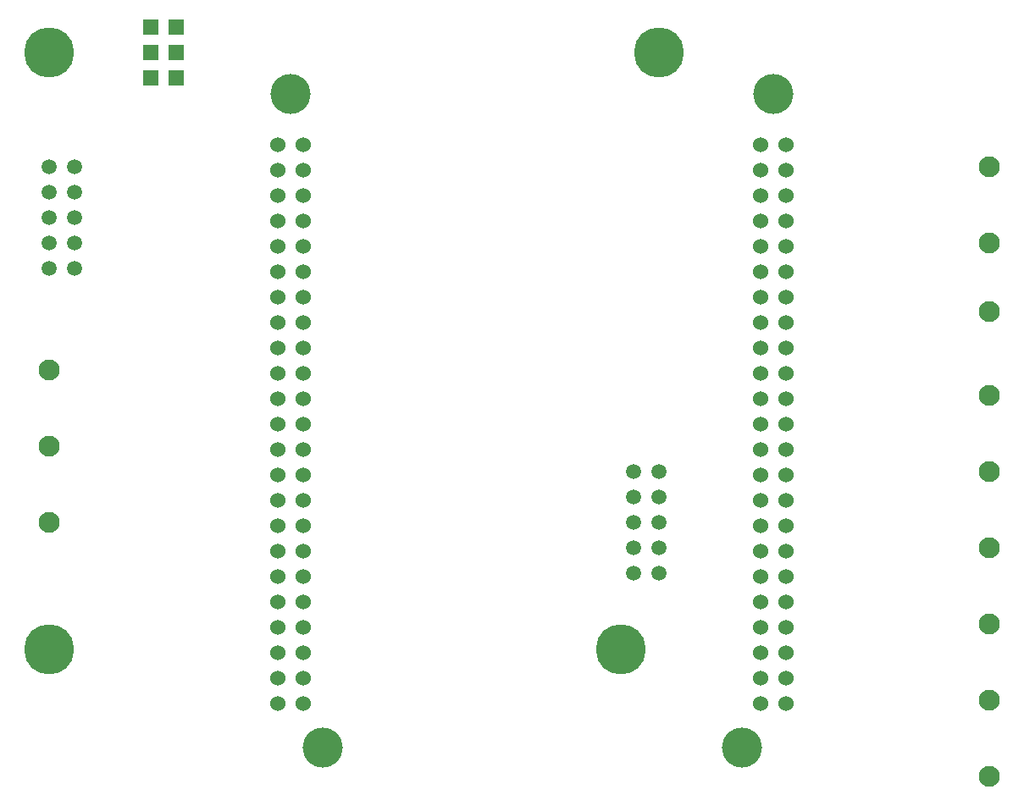
<source format=gbr>
G04 Layer_Color=255*
%FSLAX26Y26*%
%MOIN*%
%TF.FileFunction,Pads,Bot*%
%TF.Part,Single*%
G01*
G75*
%TA.AperFunction,ComponentPad*%
%ADD12C,0.082677*%
%ADD13R,0.060000X0.060000*%
%ADD14C,0.060000*%
%ADD15C,0.157480*%
%TA.AperFunction,ViaPad*%
%ADD16C,0.196850*%
%TA.AperFunction,ComponentPad*%
%ADD17C,0.059055*%
D12*
X3700000Y1900000D02*
D03*
Y1330000D02*
D03*
Y400000D02*
D03*
Y-200000D02*
D03*
Y100000D02*
D03*
Y1600000D02*
D03*
Y700000D02*
D03*
Y1000000D02*
D03*
X0Y500000D02*
D03*
X3700000Y-500000D02*
D03*
X0Y800000D02*
D03*
Y1100000D02*
D03*
D13*
X500000Y2250000D02*
D03*
Y2350000D02*
D03*
Y2450000D02*
D03*
X400000D02*
D03*
Y2350000D02*
D03*
Y2250000D02*
D03*
D14*
X900000Y1987500D02*
D03*
X2800000Y-212500D02*
D03*
Y-112500D02*
D03*
Y-12500D02*
D03*
Y87500D02*
D03*
Y187500D02*
D03*
Y287500D02*
D03*
Y387500D02*
D03*
Y487500D02*
D03*
Y587500D02*
D03*
Y687500D02*
D03*
Y787500D02*
D03*
Y887500D02*
D03*
Y987500D02*
D03*
Y1087500D02*
D03*
Y1187500D02*
D03*
Y1287500D02*
D03*
Y1387500D02*
D03*
Y1487500D02*
D03*
Y1587500D02*
D03*
Y1687500D02*
D03*
Y1787500D02*
D03*
Y1887500D02*
D03*
X2900000Y-212500D02*
D03*
Y-112500D02*
D03*
Y-12500D02*
D03*
Y87500D02*
D03*
Y187500D02*
D03*
Y287500D02*
D03*
Y387500D02*
D03*
Y487500D02*
D03*
Y587500D02*
D03*
Y687500D02*
D03*
Y787500D02*
D03*
Y887500D02*
D03*
Y987500D02*
D03*
Y1087500D02*
D03*
Y1187500D02*
D03*
Y1287500D02*
D03*
Y1387500D02*
D03*
Y1487500D02*
D03*
Y1587500D02*
D03*
Y1687500D02*
D03*
Y1787500D02*
D03*
Y1887500D02*
D03*
Y1987500D02*
D03*
X2800000D02*
D03*
X900000Y-212500D02*
D03*
Y-112500D02*
D03*
Y-12500D02*
D03*
Y87500D02*
D03*
Y187500D02*
D03*
Y287500D02*
D03*
Y387500D02*
D03*
Y487500D02*
D03*
Y587500D02*
D03*
Y687500D02*
D03*
Y787500D02*
D03*
Y887500D02*
D03*
Y987500D02*
D03*
Y1087500D02*
D03*
Y1187500D02*
D03*
Y1287500D02*
D03*
Y1387500D02*
D03*
Y1487500D02*
D03*
Y1587500D02*
D03*
Y1687500D02*
D03*
Y1787500D02*
D03*
Y1887500D02*
D03*
X1000000Y-212500D02*
D03*
Y-112500D02*
D03*
Y-12500D02*
D03*
Y87500D02*
D03*
Y187500D02*
D03*
Y287500D02*
D03*
Y387500D02*
D03*
Y487500D02*
D03*
Y587500D02*
D03*
Y687500D02*
D03*
Y787500D02*
D03*
Y887500D02*
D03*
Y987500D02*
D03*
Y1087500D02*
D03*
Y1187500D02*
D03*
Y1287500D02*
D03*
Y1387500D02*
D03*
Y1487500D02*
D03*
Y1587500D02*
D03*
Y1687500D02*
D03*
Y1787500D02*
D03*
Y1887500D02*
D03*
Y1987500D02*
D03*
D15*
X1075000Y-387500D02*
D03*
X2725000D02*
D03*
X2850000Y2187500D02*
D03*
X950000D02*
D03*
D16*
X0Y2350000D02*
D03*
X2400000D02*
D03*
X2250000Y0D02*
D03*
X0D02*
D03*
D17*
X2400000Y700000D02*
D03*
Y600000D02*
D03*
Y500000D02*
D03*
Y400000D02*
D03*
Y300000D02*
D03*
X2300000Y700000D02*
D03*
Y600000D02*
D03*
Y500000D02*
D03*
Y400000D02*
D03*
Y300000D02*
D03*
X100000Y1900000D02*
D03*
Y1800000D02*
D03*
Y1700000D02*
D03*
Y1600000D02*
D03*
Y1500000D02*
D03*
X0Y1900000D02*
D03*
Y1800000D02*
D03*
Y1700000D02*
D03*
Y1600000D02*
D03*
Y1500000D02*
D03*
%TF.MD5,8a05d27817a113ed8d638c205a885269*%
M02*

</source>
